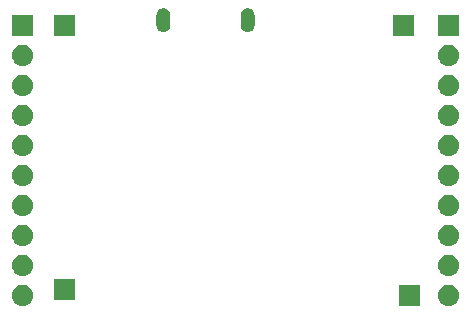
<source format=gbr>
G04 #@! TF.GenerationSoftware,KiCad,Pcbnew,(5.0.1)-3*
G04 #@! TF.CreationDate,2019-08-21T09:16:30-04:00*
G04 #@! TF.ProjectId,BMS Module,424D53204D6F64756C652E6B69636164,rev?*
G04 #@! TF.SameCoordinates,Original*
G04 #@! TF.FileFunction,Soldermask,Bot*
G04 #@! TF.FilePolarity,Negative*
%FSLAX46Y46*%
G04 Gerber Fmt 4.6, Leading zero omitted, Abs format (unit mm)*
G04 Created by KiCad (PCBNEW (5.0.1)-3) date 8/21/2019 9:16:30 AM*
%MOMM*%
%LPD*%
G01*
G04 APERTURE LIST*
%ADD10C,0.100000*%
G04 APERTURE END LIST*
D10*
G36*
X65896443Y-72003519D02*
X65962627Y-72010037D01*
X66075853Y-72044384D01*
X66132467Y-72061557D01*
X66271087Y-72135652D01*
X66288991Y-72145222D01*
X66324729Y-72174552D01*
X66426186Y-72257814D01*
X66509448Y-72359271D01*
X66538778Y-72395009D01*
X66538779Y-72395011D01*
X66622443Y-72551533D01*
X66622443Y-72551534D01*
X66673963Y-72721373D01*
X66691359Y-72898000D01*
X66673963Y-73074627D01*
X66639616Y-73187853D01*
X66622443Y-73244467D01*
X66597570Y-73291000D01*
X66538778Y-73400991D01*
X66509448Y-73436729D01*
X66426186Y-73538186D01*
X66324729Y-73621448D01*
X66288991Y-73650778D01*
X66288989Y-73650779D01*
X66132467Y-73734443D01*
X66075853Y-73751616D01*
X65962627Y-73785963D01*
X65896443Y-73792481D01*
X65830260Y-73799000D01*
X65741740Y-73799000D01*
X65675557Y-73792481D01*
X65609373Y-73785963D01*
X65496147Y-73751616D01*
X65439533Y-73734443D01*
X65283011Y-73650779D01*
X65283009Y-73650778D01*
X65247271Y-73621448D01*
X65145814Y-73538186D01*
X65062552Y-73436729D01*
X65033222Y-73400991D01*
X64974430Y-73291000D01*
X64949557Y-73244467D01*
X64932384Y-73187853D01*
X64898037Y-73074627D01*
X64880641Y-72898000D01*
X64898037Y-72721373D01*
X64949557Y-72551534D01*
X64949557Y-72551533D01*
X65033221Y-72395011D01*
X65033222Y-72395009D01*
X65062552Y-72359271D01*
X65145814Y-72257814D01*
X65247271Y-72174552D01*
X65283009Y-72145222D01*
X65300913Y-72135652D01*
X65439533Y-72061557D01*
X65496147Y-72044384D01*
X65609373Y-72010037D01*
X65675557Y-72003519D01*
X65741740Y-71997000D01*
X65830260Y-71997000D01*
X65896443Y-72003519D01*
X65896443Y-72003519D01*
G37*
G36*
X101964443Y-72003519D02*
X102030627Y-72010037D01*
X102143853Y-72044384D01*
X102200467Y-72061557D01*
X102339087Y-72135652D01*
X102356991Y-72145222D01*
X102392729Y-72174552D01*
X102494186Y-72257814D01*
X102577448Y-72359271D01*
X102606778Y-72395009D01*
X102606779Y-72395011D01*
X102690443Y-72551533D01*
X102690443Y-72551534D01*
X102741963Y-72721373D01*
X102759359Y-72898000D01*
X102741963Y-73074627D01*
X102707616Y-73187853D01*
X102690443Y-73244467D01*
X102665570Y-73291000D01*
X102606778Y-73400991D01*
X102577448Y-73436729D01*
X102494186Y-73538186D01*
X102392729Y-73621448D01*
X102356991Y-73650778D01*
X102356989Y-73650779D01*
X102200467Y-73734443D01*
X102143853Y-73751616D01*
X102030627Y-73785963D01*
X101964443Y-73792481D01*
X101898260Y-73799000D01*
X101809740Y-73799000D01*
X101743557Y-73792481D01*
X101677373Y-73785963D01*
X101564147Y-73751616D01*
X101507533Y-73734443D01*
X101351011Y-73650779D01*
X101351009Y-73650778D01*
X101315271Y-73621448D01*
X101213814Y-73538186D01*
X101130552Y-73436729D01*
X101101222Y-73400991D01*
X101042430Y-73291000D01*
X101017557Y-73244467D01*
X101000384Y-73187853D01*
X100966037Y-73074627D01*
X100948641Y-72898000D01*
X100966037Y-72721373D01*
X101017557Y-72551534D01*
X101017557Y-72551533D01*
X101101221Y-72395011D01*
X101101222Y-72395009D01*
X101130552Y-72359271D01*
X101213814Y-72257814D01*
X101315271Y-72174552D01*
X101351009Y-72145222D01*
X101368913Y-72135652D01*
X101507533Y-72061557D01*
X101564147Y-72044384D01*
X101677373Y-72010037D01*
X101743557Y-72003519D01*
X101809740Y-71997000D01*
X101898260Y-71997000D01*
X101964443Y-72003519D01*
X101964443Y-72003519D01*
G37*
G36*
X99453000Y-73799000D02*
X97651000Y-73799000D01*
X97651000Y-71997000D01*
X99453000Y-71997000D01*
X99453000Y-73799000D01*
X99453000Y-73799000D01*
G37*
G36*
X70243000Y-73291000D02*
X68441000Y-73291000D01*
X68441000Y-71489000D01*
X70243000Y-71489000D01*
X70243000Y-73291000D01*
X70243000Y-73291000D01*
G37*
G36*
X65896442Y-69463518D02*
X65962627Y-69470037D01*
X66075853Y-69504384D01*
X66132467Y-69521557D01*
X66271087Y-69595652D01*
X66288991Y-69605222D01*
X66324729Y-69634552D01*
X66426186Y-69717814D01*
X66509448Y-69819271D01*
X66538778Y-69855009D01*
X66538779Y-69855011D01*
X66622443Y-70011533D01*
X66622443Y-70011534D01*
X66673963Y-70181373D01*
X66691359Y-70358000D01*
X66673963Y-70534627D01*
X66639616Y-70647853D01*
X66622443Y-70704467D01*
X66548348Y-70843087D01*
X66538778Y-70860991D01*
X66509448Y-70896729D01*
X66426186Y-70998186D01*
X66324729Y-71081448D01*
X66288991Y-71110778D01*
X66288989Y-71110779D01*
X66132467Y-71194443D01*
X66075853Y-71211616D01*
X65962627Y-71245963D01*
X65896442Y-71252482D01*
X65830260Y-71259000D01*
X65741740Y-71259000D01*
X65675558Y-71252482D01*
X65609373Y-71245963D01*
X65496147Y-71211616D01*
X65439533Y-71194443D01*
X65283011Y-71110779D01*
X65283009Y-71110778D01*
X65247271Y-71081448D01*
X65145814Y-70998186D01*
X65062552Y-70896729D01*
X65033222Y-70860991D01*
X65023652Y-70843087D01*
X64949557Y-70704467D01*
X64932384Y-70647853D01*
X64898037Y-70534627D01*
X64880641Y-70358000D01*
X64898037Y-70181373D01*
X64949557Y-70011534D01*
X64949557Y-70011533D01*
X65033221Y-69855011D01*
X65033222Y-69855009D01*
X65062552Y-69819271D01*
X65145814Y-69717814D01*
X65247271Y-69634552D01*
X65283009Y-69605222D01*
X65300913Y-69595652D01*
X65439533Y-69521557D01*
X65496147Y-69504384D01*
X65609373Y-69470037D01*
X65675558Y-69463518D01*
X65741740Y-69457000D01*
X65830260Y-69457000D01*
X65896442Y-69463518D01*
X65896442Y-69463518D01*
G37*
G36*
X101964442Y-69463518D02*
X102030627Y-69470037D01*
X102143853Y-69504384D01*
X102200467Y-69521557D01*
X102339087Y-69595652D01*
X102356991Y-69605222D01*
X102392729Y-69634552D01*
X102494186Y-69717814D01*
X102577448Y-69819271D01*
X102606778Y-69855009D01*
X102606779Y-69855011D01*
X102690443Y-70011533D01*
X102690443Y-70011534D01*
X102741963Y-70181373D01*
X102759359Y-70358000D01*
X102741963Y-70534627D01*
X102707616Y-70647853D01*
X102690443Y-70704467D01*
X102616348Y-70843087D01*
X102606778Y-70860991D01*
X102577448Y-70896729D01*
X102494186Y-70998186D01*
X102392729Y-71081448D01*
X102356991Y-71110778D01*
X102356989Y-71110779D01*
X102200467Y-71194443D01*
X102143853Y-71211616D01*
X102030627Y-71245963D01*
X101964442Y-71252482D01*
X101898260Y-71259000D01*
X101809740Y-71259000D01*
X101743558Y-71252482D01*
X101677373Y-71245963D01*
X101564147Y-71211616D01*
X101507533Y-71194443D01*
X101351011Y-71110779D01*
X101351009Y-71110778D01*
X101315271Y-71081448D01*
X101213814Y-70998186D01*
X101130552Y-70896729D01*
X101101222Y-70860991D01*
X101091652Y-70843087D01*
X101017557Y-70704467D01*
X101000384Y-70647853D01*
X100966037Y-70534627D01*
X100948641Y-70358000D01*
X100966037Y-70181373D01*
X101017557Y-70011534D01*
X101017557Y-70011533D01*
X101101221Y-69855011D01*
X101101222Y-69855009D01*
X101130552Y-69819271D01*
X101213814Y-69717814D01*
X101315271Y-69634552D01*
X101351009Y-69605222D01*
X101368913Y-69595652D01*
X101507533Y-69521557D01*
X101564147Y-69504384D01*
X101677373Y-69470037D01*
X101743558Y-69463518D01*
X101809740Y-69457000D01*
X101898260Y-69457000D01*
X101964442Y-69463518D01*
X101964442Y-69463518D01*
G37*
G36*
X65896443Y-66923519D02*
X65962627Y-66930037D01*
X66075853Y-66964384D01*
X66132467Y-66981557D01*
X66271087Y-67055652D01*
X66288991Y-67065222D01*
X66324729Y-67094552D01*
X66426186Y-67177814D01*
X66509448Y-67279271D01*
X66538778Y-67315009D01*
X66538779Y-67315011D01*
X66622443Y-67471533D01*
X66622443Y-67471534D01*
X66673963Y-67641373D01*
X66691359Y-67818000D01*
X66673963Y-67994627D01*
X66639616Y-68107853D01*
X66622443Y-68164467D01*
X66548348Y-68303087D01*
X66538778Y-68320991D01*
X66509448Y-68356729D01*
X66426186Y-68458186D01*
X66324729Y-68541448D01*
X66288991Y-68570778D01*
X66288989Y-68570779D01*
X66132467Y-68654443D01*
X66075853Y-68671616D01*
X65962627Y-68705963D01*
X65896443Y-68712481D01*
X65830260Y-68719000D01*
X65741740Y-68719000D01*
X65675557Y-68712481D01*
X65609373Y-68705963D01*
X65496147Y-68671616D01*
X65439533Y-68654443D01*
X65283011Y-68570779D01*
X65283009Y-68570778D01*
X65247271Y-68541448D01*
X65145814Y-68458186D01*
X65062552Y-68356729D01*
X65033222Y-68320991D01*
X65023652Y-68303087D01*
X64949557Y-68164467D01*
X64932384Y-68107853D01*
X64898037Y-67994627D01*
X64880641Y-67818000D01*
X64898037Y-67641373D01*
X64949557Y-67471534D01*
X64949557Y-67471533D01*
X65033221Y-67315011D01*
X65033222Y-67315009D01*
X65062552Y-67279271D01*
X65145814Y-67177814D01*
X65247271Y-67094552D01*
X65283009Y-67065222D01*
X65300913Y-67055652D01*
X65439533Y-66981557D01*
X65496147Y-66964384D01*
X65609373Y-66930037D01*
X65675557Y-66923519D01*
X65741740Y-66917000D01*
X65830260Y-66917000D01*
X65896443Y-66923519D01*
X65896443Y-66923519D01*
G37*
G36*
X101964443Y-66923519D02*
X102030627Y-66930037D01*
X102143853Y-66964384D01*
X102200467Y-66981557D01*
X102339087Y-67055652D01*
X102356991Y-67065222D01*
X102392729Y-67094552D01*
X102494186Y-67177814D01*
X102577448Y-67279271D01*
X102606778Y-67315009D01*
X102606779Y-67315011D01*
X102690443Y-67471533D01*
X102690443Y-67471534D01*
X102741963Y-67641373D01*
X102759359Y-67818000D01*
X102741963Y-67994627D01*
X102707616Y-68107853D01*
X102690443Y-68164467D01*
X102616348Y-68303087D01*
X102606778Y-68320991D01*
X102577448Y-68356729D01*
X102494186Y-68458186D01*
X102392729Y-68541448D01*
X102356991Y-68570778D01*
X102356989Y-68570779D01*
X102200467Y-68654443D01*
X102143853Y-68671616D01*
X102030627Y-68705963D01*
X101964443Y-68712481D01*
X101898260Y-68719000D01*
X101809740Y-68719000D01*
X101743557Y-68712481D01*
X101677373Y-68705963D01*
X101564147Y-68671616D01*
X101507533Y-68654443D01*
X101351011Y-68570779D01*
X101351009Y-68570778D01*
X101315271Y-68541448D01*
X101213814Y-68458186D01*
X101130552Y-68356729D01*
X101101222Y-68320991D01*
X101091652Y-68303087D01*
X101017557Y-68164467D01*
X101000384Y-68107853D01*
X100966037Y-67994627D01*
X100948641Y-67818000D01*
X100966037Y-67641373D01*
X101017557Y-67471534D01*
X101017557Y-67471533D01*
X101101221Y-67315011D01*
X101101222Y-67315009D01*
X101130552Y-67279271D01*
X101213814Y-67177814D01*
X101315271Y-67094552D01*
X101351009Y-67065222D01*
X101368913Y-67055652D01*
X101507533Y-66981557D01*
X101564147Y-66964384D01*
X101677373Y-66930037D01*
X101743557Y-66923519D01*
X101809740Y-66917000D01*
X101898260Y-66917000D01*
X101964443Y-66923519D01*
X101964443Y-66923519D01*
G37*
G36*
X65896443Y-64383519D02*
X65962627Y-64390037D01*
X66075853Y-64424384D01*
X66132467Y-64441557D01*
X66271087Y-64515652D01*
X66288991Y-64525222D01*
X66324729Y-64554552D01*
X66426186Y-64637814D01*
X66509448Y-64739271D01*
X66538778Y-64775009D01*
X66538779Y-64775011D01*
X66622443Y-64931533D01*
X66622443Y-64931534D01*
X66673963Y-65101373D01*
X66691359Y-65278000D01*
X66673963Y-65454627D01*
X66639616Y-65567853D01*
X66622443Y-65624467D01*
X66548348Y-65763087D01*
X66538778Y-65780991D01*
X66509448Y-65816729D01*
X66426186Y-65918186D01*
X66324729Y-66001448D01*
X66288991Y-66030778D01*
X66288989Y-66030779D01*
X66132467Y-66114443D01*
X66075853Y-66131616D01*
X65962627Y-66165963D01*
X65896442Y-66172482D01*
X65830260Y-66179000D01*
X65741740Y-66179000D01*
X65675558Y-66172482D01*
X65609373Y-66165963D01*
X65496147Y-66131616D01*
X65439533Y-66114443D01*
X65283011Y-66030779D01*
X65283009Y-66030778D01*
X65247271Y-66001448D01*
X65145814Y-65918186D01*
X65062552Y-65816729D01*
X65033222Y-65780991D01*
X65023652Y-65763087D01*
X64949557Y-65624467D01*
X64932384Y-65567853D01*
X64898037Y-65454627D01*
X64880641Y-65278000D01*
X64898037Y-65101373D01*
X64949557Y-64931534D01*
X64949557Y-64931533D01*
X65033221Y-64775011D01*
X65033222Y-64775009D01*
X65062552Y-64739271D01*
X65145814Y-64637814D01*
X65247271Y-64554552D01*
X65283009Y-64525222D01*
X65300913Y-64515652D01*
X65439533Y-64441557D01*
X65496147Y-64424384D01*
X65609373Y-64390037D01*
X65675557Y-64383519D01*
X65741740Y-64377000D01*
X65830260Y-64377000D01*
X65896443Y-64383519D01*
X65896443Y-64383519D01*
G37*
G36*
X101964443Y-64383519D02*
X102030627Y-64390037D01*
X102143853Y-64424384D01*
X102200467Y-64441557D01*
X102339087Y-64515652D01*
X102356991Y-64525222D01*
X102392729Y-64554552D01*
X102494186Y-64637814D01*
X102577448Y-64739271D01*
X102606778Y-64775009D01*
X102606779Y-64775011D01*
X102690443Y-64931533D01*
X102690443Y-64931534D01*
X102741963Y-65101373D01*
X102759359Y-65278000D01*
X102741963Y-65454627D01*
X102707616Y-65567853D01*
X102690443Y-65624467D01*
X102616348Y-65763087D01*
X102606778Y-65780991D01*
X102577448Y-65816729D01*
X102494186Y-65918186D01*
X102392729Y-66001448D01*
X102356991Y-66030778D01*
X102356989Y-66030779D01*
X102200467Y-66114443D01*
X102143853Y-66131616D01*
X102030627Y-66165963D01*
X101964442Y-66172482D01*
X101898260Y-66179000D01*
X101809740Y-66179000D01*
X101743558Y-66172482D01*
X101677373Y-66165963D01*
X101564147Y-66131616D01*
X101507533Y-66114443D01*
X101351011Y-66030779D01*
X101351009Y-66030778D01*
X101315271Y-66001448D01*
X101213814Y-65918186D01*
X101130552Y-65816729D01*
X101101222Y-65780991D01*
X101091652Y-65763087D01*
X101017557Y-65624467D01*
X101000384Y-65567853D01*
X100966037Y-65454627D01*
X100948641Y-65278000D01*
X100966037Y-65101373D01*
X101017557Y-64931534D01*
X101017557Y-64931533D01*
X101101221Y-64775011D01*
X101101222Y-64775009D01*
X101130552Y-64739271D01*
X101213814Y-64637814D01*
X101315271Y-64554552D01*
X101351009Y-64525222D01*
X101368913Y-64515652D01*
X101507533Y-64441557D01*
X101564147Y-64424384D01*
X101677373Y-64390037D01*
X101743557Y-64383519D01*
X101809740Y-64377000D01*
X101898260Y-64377000D01*
X101964443Y-64383519D01*
X101964443Y-64383519D01*
G37*
G36*
X101964443Y-61843519D02*
X102030627Y-61850037D01*
X102143853Y-61884384D01*
X102200467Y-61901557D01*
X102339087Y-61975652D01*
X102356991Y-61985222D01*
X102392729Y-62014552D01*
X102494186Y-62097814D01*
X102577448Y-62199271D01*
X102606778Y-62235009D01*
X102606779Y-62235011D01*
X102690443Y-62391533D01*
X102690443Y-62391534D01*
X102741963Y-62561373D01*
X102759359Y-62738000D01*
X102741963Y-62914627D01*
X102707616Y-63027853D01*
X102690443Y-63084467D01*
X102616348Y-63223087D01*
X102606778Y-63240991D01*
X102577448Y-63276729D01*
X102494186Y-63378186D01*
X102392729Y-63461448D01*
X102356991Y-63490778D01*
X102356989Y-63490779D01*
X102200467Y-63574443D01*
X102143853Y-63591616D01*
X102030627Y-63625963D01*
X101964443Y-63632481D01*
X101898260Y-63639000D01*
X101809740Y-63639000D01*
X101743557Y-63632481D01*
X101677373Y-63625963D01*
X101564147Y-63591616D01*
X101507533Y-63574443D01*
X101351011Y-63490779D01*
X101351009Y-63490778D01*
X101315271Y-63461448D01*
X101213814Y-63378186D01*
X101130552Y-63276729D01*
X101101222Y-63240991D01*
X101091652Y-63223087D01*
X101017557Y-63084467D01*
X101000384Y-63027853D01*
X100966037Y-62914627D01*
X100948641Y-62738000D01*
X100966037Y-62561373D01*
X101017557Y-62391534D01*
X101017557Y-62391533D01*
X101101221Y-62235011D01*
X101101222Y-62235009D01*
X101130552Y-62199271D01*
X101213814Y-62097814D01*
X101315271Y-62014552D01*
X101351009Y-61985222D01*
X101368913Y-61975652D01*
X101507533Y-61901557D01*
X101564147Y-61884384D01*
X101677373Y-61850037D01*
X101743557Y-61843519D01*
X101809740Y-61837000D01*
X101898260Y-61837000D01*
X101964443Y-61843519D01*
X101964443Y-61843519D01*
G37*
G36*
X65896443Y-61843519D02*
X65962627Y-61850037D01*
X66075853Y-61884384D01*
X66132467Y-61901557D01*
X66271087Y-61975652D01*
X66288991Y-61985222D01*
X66324729Y-62014552D01*
X66426186Y-62097814D01*
X66509448Y-62199271D01*
X66538778Y-62235009D01*
X66538779Y-62235011D01*
X66622443Y-62391533D01*
X66622443Y-62391534D01*
X66673963Y-62561373D01*
X66691359Y-62738000D01*
X66673963Y-62914627D01*
X66639616Y-63027853D01*
X66622443Y-63084467D01*
X66548348Y-63223087D01*
X66538778Y-63240991D01*
X66509448Y-63276729D01*
X66426186Y-63378186D01*
X66324729Y-63461448D01*
X66288991Y-63490778D01*
X66288989Y-63490779D01*
X66132467Y-63574443D01*
X66075853Y-63591616D01*
X65962627Y-63625963D01*
X65896443Y-63632481D01*
X65830260Y-63639000D01*
X65741740Y-63639000D01*
X65675557Y-63632481D01*
X65609373Y-63625963D01*
X65496147Y-63591616D01*
X65439533Y-63574443D01*
X65283011Y-63490779D01*
X65283009Y-63490778D01*
X65247271Y-63461448D01*
X65145814Y-63378186D01*
X65062552Y-63276729D01*
X65033222Y-63240991D01*
X65023652Y-63223087D01*
X64949557Y-63084467D01*
X64932384Y-63027853D01*
X64898037Y-62914627D01*
X64880641Y-62738000D01*
X64898037Y-62561373D01*
X64949557Y-62391534D01*
X64949557Y-62391533D01*
X65033221Y-62235011D01*
X65033222Y-62235009D01*
X65062552Y-62199271D01*
X65145814Y-62097814D01*
X65247271Y-62014552D01*
X65283009Y-61985222D01*
X65300913Y-61975652D01*
X65439533Y-61901557D01*
X65496147Y-61884384D01*
X65609373Y-61850037D01*
X65675557Y-61843519D01*
X65741740Y-61837000D01*
X65830260Y-61837000D01*
X65896443Y-61843519D01*
X65896443Y-61843519D01*
G37*
G36*
X65896442Y-59303518D02*
X65962627Y-59310037D01*
X66075853Y-59344384D01*
X66132467Y-59361557D01*
X66271087Y-59435652D01*
X66288991Y-59445222D01*
X66324729Y-59474552D01*
X66426186Y-59557814D01*
X66509448Y-59659271D01*
X66538778Y-59695009D01*
X66538779Y-59695011D01*
X66622443Y-59851533D01*
X66622443Y-59851534D01*
X66673963Y-60021373D01*
X66691359Y-60198000D01*
X66673963Y-60374627D01*
X66639616Y-60487853D01*
X66622443Y-60544467D01*
X66548348Y-60683087D01*
X66538778Y-60700991D01*
X66509448Y-60736729D01*
X66426186Y-60838186D01*
X66324729Y-60921448D01*
X66288991Y-60950778D01*
X66288989Y-60950779D01*
X66132467Y-61034443D01*
X66075853Y-61051616D01*
X65962627Y-61085963D01*
X65896442Y-61092482D01*
X65830260Y-61099000D01*
X65741740Y-61099000D01*
X65675558Y-61092482D01*
X65609373Y-61085963D01*
X65496147Y-61051616D01*
X65439533Y-61034443D01*
X65283011Y-60950779D01*
X65283009Y-60950778D01*
X65247271Y-60921448D01*
X65145814Y-60838186D01*
X65062552Y-60736729D01*
X65033222Y-60700991D01*
X65023652Y-60683087D01*
X64949557Y-60544467D01*
X64932384Y-60487853D01*
X64898037Y-60374627D01*
X64880641Y-60198000D01*
X64898037Y-60021373D01*
X64949557Y-59851534D01*
X64949557Y-59851533D01*
X65033221Y-59695011D01*
X65033222Y-59695009D01*
X65062552Y-59659271D01*
X65145814Y-59557814D01*
X65247271Y-59474552D01*
X65283009Y-59445222D01*
X65300913Y-59435652D01*
X65439533Y-59361557D01*
X65496147Y-59344384D01*
X65609373Y-59310037D01*
X65675558Y-59303518D01*
X65741740Y-59297000D01*
X65830260Y-59297000D01*
X65896442Y-59303518D01*
X65896442Y-59303518D01*
G37*
G36*
X101964442Y-59303518D02*
X102030627Y-59310037D01*
X102143853Y-59344384D01*
X102200467Y-59361557D01*
X102339087Y-59435652D01*
X102356991Y-59445222D01*
X102392729Y-59474552D01*
X102494186Y-59557814D01*
X102577448Y-59659271D01*
X102606778Y-59695009D01*
X102606779Y-59695011D01*
X102690443Y-59851533D01*
X102690443Y-59851534D01*
X102741963Y-60021373D01*
X102759359Y-60198000D01*
X102741963Y-60374627D01*
X102707616Y-60487853D01*
X102690443Y-60544467D01*
X102616348Y-60683087D01*
X102606778Y-60700991D01*
X102577448Y-60736729D01*
X102494186Y-60838186D01*
X102392729Y-60921448D01*
X102356991Y-60950778D01*
X102356989Y-60950779D01*
X102200467Y-61034443D01*
X102143853Y-61051616D01*
X102030627Y-61085963D01*
X101964442Y-61092482D01*
X101898260Y-61099000D01*
X101809740Y-61099000D01*
X101743558Y-61092482D01*
X101677373Y-61085963D01*
X101564147Y-61051616D01*
X101507533Y-61034443D01*
X101351011Y-60950779D01*
X101351009Y-60950778D01*
X101315271Y-60921448D01*
X101213814Y-60838186D01*
X101130552Y-60736729D01*
X101101222Y-60700991D01*
X101091652Y-60683087D01*
X101017557Y-60544467D01*
X101000384Y-60487853D01*
X100966037Y-60374627D01*
X100948641Y-60198000D01*
X100966037Y-60021373D01*
X101017557Y-59851534D01*
X101017557Y-59851533D01*
X101101221Y-59695011D01*
X101101222Y-59695009D01*
X101130552Y-59659271D01*
X101213814Y-59557814D01*
X101315271Y-59474552D01*
X101351009Y-59445222D01*
X101368913Y-59435652D01*
X101507533Y-59361557D01*
X101564147Y-59344384D01*
X101677373Y-59310037D01*
X101743558Y-59303518D01*
X101809740Y-59297000D01*
X101898260Y-59297000D01*
X101964442Y-59303518D01*
X101964442Y-59303518D01*
G37*
G36*
X101964443Y-56763519D02*
X102030627Y-56770037D01*
X102143853Y-56804384D01*
X102200467Y-56821557D01*
X102339087Y-56895652D01*
X102356991Y-56905222D01*
X102392729Y-56934552D01*
X102494186Y-57017814D01*
X102577448Y-57119271D01*
X102606778Y-57155009D01*
X102606779Y-57155011D01*
X102690443Y-57311533D01*
X102690443Y-57311534D01*
X102741963Y-57481373D01*
X102759359Y-57658000D01*
X102741963Y-57834627D01*
X102707616Y-57947853D01*
X102690443Y-58004467D01*
X102616348Y-58143087D01*
X102606778Y-58160991D01*
X102577448Y-58196729D01*
X102494186Y-58298186D01*
X102392729Y-58381448D01*
X102356991Y-58410778D01*
X102356989Y-58410779D01*
X102200467Y-58494443D01*
X102143853Y-58511616D01*
X102030627Y-58545963D01*
X101964443Y-58552481D01*
X101898260Y-58559000D01*
X101809740Y-58559000D01*
X101743557Y-58552481D01*
X101677373Y-58545963D01*
X101564147Y-58511616D01*
X101507533Y-58494443D01*
X101351011Y-58410779D01*
X101351009Y-58410778D01*
X101315271Y-58381448D01*
X101213814Y-58298186D01*
X101130552Y-58196729D01*
X101101222Y-58160991D01*
X101091652Y-58143087D01*
X101017557Y-58004467D01*
X101000384Y-57947853D01*
X100966037Y-57834627D01*
X100948641Y-57658000D01*
X100966037Y-57481373D01*
X101017557Y-57311534D01*
X101017557Y-57311533D01*
X101101221Y-57155011D01*
X101101222Y-57155009D01*
X101130552Y-57119271D01*
X101213814Y-57017814D01*
X101315271Y-56934552D01*
X101351009Y-56905222D01*
X101368913Y-56895652D01*
X101507533Y-56821557D01*
X101564147Y-56804384D01*
X101677373Y-56770037D01*
X101743557Y-56763519D01*
X101809740Y-56757000D01*
X101898260Y-56757000D01*
X101964443Y-56763519D01*
X101964443Y-56763519D01*
G37*
G36*
X65896443Y-56763519D02*
X65962627Y-56770037D01*
X66075853Y-56804384D01*
X66132467Y-56821557D01*
X66271087Y-56895652D01*
X66288991Y-56905222D01*
X66324729Y-56934552D01*
X66426186Y-57017814D01*
X66509448Y-57119271D01*
X66538778Y-57155009D01*
X66538779Y-57155011D01*
X66622443Y-57311533D01*
X66622443Y-57311534D01*
X66673963Y-57481373D01*
X66691359Y-57658000D01*
X66673963Y-57834627D01*
X66639616Y-57947853D01*
X66622443Y-58004467D01*
X66548348Y-58143087D01*
X66538778Y-58160991D01*
X66509448Y-58196729D01*
X66426186Y-58298186D01*
X66324729Y-58381448D01*
X66288991Y-58410778D01*
X66288989Y-58410779D01*
X66132467Y-58494443D01*
X66075853Y-58511616D01*
X65962627Y-58545963D01*
X65896443Y-58552481D01*
X65830260Y-58559000D01*
X65741740Y-58559000D01*
X65675557Y-58552481D01*
X65609373Y-58545963D01*
X65496147Y-58511616D01*
X65439533Y-58494443D01*
X65283011Y-58410779D01*
X65283009Y-58410778D01*
X65247271Y-58381448D01*
X65145814Y-58298186D01*
X65062552Y-58196729D01*
X65033222Y-58160991D01*
X65023652Y-58143087D01*
X64949557Y-58004467D01*
X64932384Y-57947853D01*
X64898037Y-57834627D01*
X64880641Y-57658000D01*
X64898037Y-57481373D01*
X64949557Y-57311534D01*
X64949557Y-57311533D01*
X65033221Y-57155011D01*
X65033222Y-57155009D01*
X65062552Y-57119271D01*
X65145814Y-57017814D01*
X65247271Y-56934552D01*
X65283009Y-56905222D01*
X65300913Y-56895652D01*
X65439533Y-56821557D01*
X65496147Y-56804384D01*
X65609373Y-56770037D01*
X65675557Y-56763519D01*
X65741740Y-56757000D01*
X65830260Y-56757000D01*
X65896443Y-56763519D01*
X65896443Y-56763519D01*
G37*
G36*
X65896442Y-54223518D02*
X65962627Y-54230037D01*
X66075853Y-54264384D01*
X66132467Y-54281557D01*
X66271087Y-54355652D01*
X66288991Y-54365222D01*
X66324729Y-54394552D01*
X66426186Y-54477814D01*
X66509448Y-54579271D01*
X66538778Y-54615009D01*
X66538779Y-54615011D01*
X66622443Y-54771533D01*
X66622443Y-54771534D01*
X66673963Y-54941373D01*
X66691359Y-55118000D01*
X66673963Y-55294627D01*
X66639616Y-55407853D01*
X66622443Y-55464467D01*
X66548348Y-55603087D01*
X66538778Y-55620991D01*
X66509448Y-55656729D01*
X66426186Y-55758186D01*
X66324729Y-55841448D01*
X66288991Y-55870778D01*
X66288989Y-55870779D01*
X66132467Y-55954443D01*
X66075853Y-55971616D01*
X65962627Y-56005963D01*
X65896443Y-56012481D01*
X65830260Y-56019000D01*
X65741740Y-56019000D01*
X65675557Y-56012481D01*
X65609373Y-56005963D01*
X65496147Y-55971616D01*
X65439533Y-55954443D01*
X65283011Y-55870779D01*
X65283009Y-55870778D01*
X65247271Y-55841448D01*
X65145814Y-55758186D01*
X65062552Y-55656729D01*
X65033222Y-55620991D01*
X65023652Y-55603087D01*
X64949557Y-55464467D01*
X64932384Y-55407853D01*
X64898037Y-55294627D01*
X64880641Y-55118000D01*
X64898037Y-54941373D01*
X64949557Y-54771534D01*
X64949557Y-54771533D01*
X65033221Y-54615011D01*
X65033222Y-54615009D01*
X65062552Y-54579271D01*
X65145814Y-54477814D01*
X65247271Y-54394552D01*
X65283009Y-54365222D01*
X65300913Y-54355652D01*
X65439533Y-54281557D01*
X65496147Y-54264384D01*
X65609373Y-54230037D01*
X65675558Y-54223518D01*
X65741740Y-54217000D01*
X65830260Y-54217000D01*
X65896442Y-54223518D01*
X65896442Y-54223518D01*
G37*
G36*
X101964442Y-54223518D02*
X102030627Y-54230037D01*
X102143853Y-54264384D01*
X102200467Y-54281557D01*
X102339087Y-54355652D01*
X102356991Y-54365222D01*
X102392729Y-54394552D01*
X102494186Y-54477814D01*
X102577448Y-54579271D01*
X102606778Y-54615009D01*
X102606779Y-54615011D01*
X102690443Y-54771533D01*
X102690443Y-54771534D01*
X102741963Y-54941373D01*
X102759359Y-55118000D01*
X102741963Y-55294627D01*
X102707616Y-55407853D01*
X102690443Y-55464467D01*
X102616348Y-55603087D01*
X102606778Y-55620991D01*
X102577448Y-55656729D01*
X102494186Y-55758186D01*
X102392729Y-55841448D01*
X102356991Y-55870778D01*
X102356989Y-55870779D01*
X102200467Y-55954443D01*
X102143853Y-55971616D01*
X102030627Y-56005963D01*
X101964443Y-56012481D01*
X101898260Y-56019000D01*
X101809740Y-56019000D01*
X101743557Y-56012481D01*
X101677373Y-56005963D01*
X101564147Y-55971616D01*
X101507533Y-55954443D01*
X101351011Y-55870779D01*
X101351009Y-55870778D01*
X101315271Y-55841448D01*
X101213814Y-55758186D01*
X101130552Y-55656729D01*
X101101222Y-55620991D01*
X101091652Y-55603087D01*
X101017557Y-55464467D01*
X101000384Y-55407853D01*
X100966037Y-55294627D01*
X100948641Y-55118000D01*
X100966037Y-54941373D01*
X101017557Y-54771534D01*
X101017557Y-54771533D01*
X101101221Y-54615011D01*
X101101222Y-54615009D01*
X101130552Y-54579271D01*
X101213814Y-54477814D01*
X101315271Y-54394552D01*
X101351009Y-54365222D01*
X101368913Y-54355652D01*
X101507533Y-54281557D01*
X101564147Y-54264384D01*
X101677373Y-54230037D01*
X101743558Y-54223518D01*
X101809740Y-54217000D01*
X101898260Y-54217000D01*
X101964442Y-54223518D01*
X101964442Y-54223518D01*
G37*
G36*
X101964442Y-51683518D02*
X102030627Y-51690037D01*
X102143853Y-51724384D01*
X102200467Y-51741557D01*
X102339087Y-51815652D01*
X102356991Y-51825222D01*
X102392729Y-51854552D01*
X102494186Y-51937814D01*
X102577448Y-52039271D01*
X102606778Y-52075009D01*
X102606779Y-52075011D01*
X102690443Y-52231533D01*
X102690443Y-52231534D01*
X102741963Y-52401373D01*
X102759359Y-52578000D01*
X102741963Y-52754627D01*
X102707616Y-52867853D01*
X102690443Y-52924467D01*
X102616348Y-53063087D01*
X102606778Y-53080991D01*
X102577448Y-53116729D01*
X102494186Y-53218186D01*
X102392729Y-53301448D01*
X102356991Y-53330778D01*
X102356989Y-53330779D01*
X102200467Y-53414443D01*
X102143853Y-53431616D01*
X102030627Y-53465963D01*
X101964443Y-53472481D01*
X101898260Y-53479000D01*
X101809740Y-53479000D01*
X101743557Y-53472481D01*
X101677373Y-53465963D01*
X101564147Y-53431616D01*
X101507533Y-53414443D01*
X101351011Y-53330779D01*
X101351009Y-53330778D01*
X101315271Y-53301448D01*
X101213814Y-53218186D01*
X101130552Y-53116729D01*
X101101222Y-53080991D01*
X101091652Y-53063087D01*
X101017557Y-52924467D01*
X101000384Y-52867853D01*
X100966037Y-52754627D01*
X100948641Y-52578000D01*
X100966037Y-52401373D01*
X101017557Y-52231534D01*
X101017557Y-52231533D01*
X101101221Y-52075011D01*
X101101222Y-52075009D01*
X101130552Y-52039271D01*
X101213814Y-51937814D01*
X101315271Y-51854552D01*
X101351009Y-51825222D01*
X101368913Y-51815652D01*
X101507533Y-51741557D01*
X101564147Y-51724384D01*
X101677373Y-51690037D01*
X101743558Y-51683518D01*
X101809740Y-51677000D01*
X101898260Y-51677000D01*
X101964442Y-51683518D01*
X101964442Y-51683518D01*
G37*
G36*
X65896442Y-51683518D02*
X65962627Y-51690037D01*
X66075853Y-51724384D01*
X66132467Y-51741557D01*
X66271087Y-51815652D01*
X66288991Y-51825222D01*
X66324729Y-51854552D01*
X66426186Y-51937814D01*
X66509448Y-52039271D01*
X66538778Y-52075009D01*
X66538779Y-52075011D01*
X66622443Y-52231533D01*
X66622443Y-52231534D01*
X66673963Y-52401373D01*
X66691359Y-52578000D01*
X66673963Y-52754627D01*
X66639616Y-52867853D01*
X66622443Y-52924467D01*
X66548348Y-53063087D01*
X66538778Y-53080991D01*
X66509448Y-53116729D01*
X66426186Y-53218186D01*
X66324729Y-53301448D01*
X66288991Y-53330778D01*
X66288989Y-53330779D01*
X66132467Y-53414443D01*
X66075853Y-53431616D01*
X65962627Y-53465963D01*
X65896443Y-53472481D01*
X65830260Y-53479000D01*
X65741740Y-53479000D01*
X65675557Y-53472481D01*
X65609373Y-53465963D01*
X65496147Y-53431616D01*
X65439533Y-53414443D01*
X65283011Y-53330779D01*
X65283009Y-53330778D01*
X65247271Y-53301448D01*
X65145814Y-53218186D01*
X65062552Y-53116729D01*
X65033222Y-53080991D01*
X65023652Y-53063087D01*
X64949557Y-52924467D01*
X64932384Y-52867853D01*
X64898037Y-52754627D01*
X64880641Y-52578000D01*
X64898037Y-52401373D01*
X64949557Y-52231534D01*
X64949557Y-52231533D01*
X65033221Y-52075011D01*
X65033222Y-52075009D01*
X65062552Y-52039271D01*
X65145814Y-51937814D01*
X65247271Y-51854552D01*
X65283009Y-51825222D01*
X65300913Y-51815652D01*
X65439533Y-51741557D01*
X65496147Y-51724384D01*
X65609373Y-51690037D01*
X65675558Y-51683518D01*
X65741740Y-51677000D01*
X65830260Y-51677000D01*
X65896442Y-51683518D01*
X65896442Y-51683518D01*
G37*
G36*
X66687000Y-50939000D02*
X64885000Y-50939000D01*
X64885000Y-49137000D01*
X66687000Y-49137000D01*
X66687000Y-50939000D01*
X66687000Y-50939000D01*
G37*
G36*
X102755000Y-50939000D02*
X100953000Y-50939000D01*
X100953000Y-49137000D01*
X102755000Y-49137000D01*
X102755000Y-50939000D01*
X102755000Y-50939000D01*
G37*
G36*
X70243000Y-50939000D02*
X68441000Y-50939000D01*
X68441000Y-49137000D01*
X70243000Y-49137000D01*
X70243000Y-50939000D01*
X70243000Y-50939000D01*
G37*
G36*
X98945000Y-50939000D02*
X97143000Y-50939000D01*
X97143000Y-49137000D01*
X98945000Y-49137000D01*
X98945000Y-50939000D01*
X98945000Y-50939000D01*
G37*
G36*
X84967915Y-48607334D02*
X85076491Y-48640271D01*
X85176556Y-48693756D01*
X85264264Y-48765736D01*
X85336244Y-48853443D01*
X85389729Y-48953508D01*
X85422666Y-49062084D01*
X85431000Y-49146702D01*
X85431000Y-50053298D01*
X85422666Y-50137916D01*
X85389729Y-50246492D01*
X85336244Y-50346557D01*
X85264264Y-50434264D01*
X85176557Y-50506244D01*
X85076492Y-50559729D01*
X84967916Y-50592666D01*
X84855000Y-50603787D01*
X84742085Y-50592666D01*
X84633509Y-50559729D01*
X84533444Y-50506244D01*
X84445737Y-50434264D01*
X84373757Y-50346557D01*
X84320272Y-50246492D01*
X84287335Y-50137916D01*
X84279000Y-50053298D01*
X84279000Y-49146703D01*
X84287334Y-49062085D01*
X84320271Y-48953509D01*
X84373756Y-48853444D01*
X84445736Y-48765736D01*
X84533443Y-48693756D01*
X84633508Y-48640271D01*
X84742084Y-48607334D01*
X84855000Y-48596213D01*
X84967915Y-48607334D01*
X84967915Y-48607334D01*
G37*
G36*
X77817916Y-48607334D02*
X77926492Y-48640271D01*
X78026557Y-48693756D01*
X78114264Y-48765736D01*
X78186244Y-48853443D01*
X78239729Y-48953508D01*
X78272666Y-49062084D01*
X78281000Y-49146702D01*
X78281000Y-50053298D01*
X78272666Y-50137916D01*
X78239729Y-50246492D01*
X78186244Y-50346557D01*
X78114264Y-50434264D01*
X78026556Y-50506244D01*
X77926491Y-50559729D01*
X77817915Y-50592666D01*
X77705000Y-50603787D01*
X77592084Y-50592666D01*
X77483508Y-50559729D01*
X77383443Y-50506244D01*
X77295736Y-50434264D01*
X77223756Y-50346556D01*
X77170271Y-50246491D01*
X77137334Y-50137915D01*
X77129000Y-50053297D01*
X77129000Y-49146702D01*
X77137335Y-49062084D01*
X77170272Y-48953508D01*
X77223757Y-48853443D01*
X77295737Y-48765736D01*
X77383444Y-48693756D01*
X77483509Y-48640271D01*
X77592085Y-48607334D01*
X77705000Y-48596213D01*
X77817916Y-48607334D01*
X77817916Y-48607334D01*
G37*
M02*

</source>
